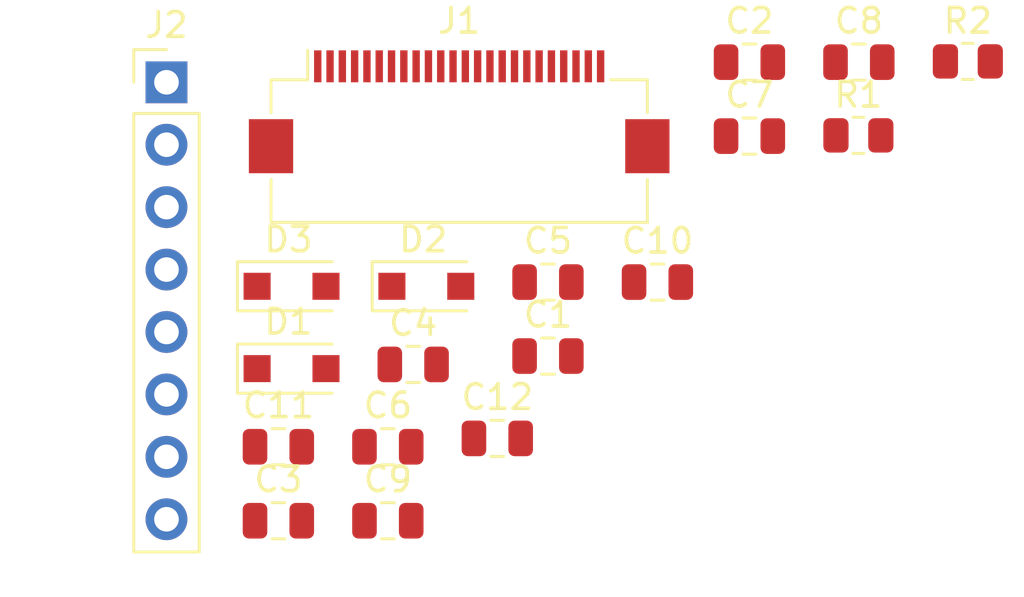
<source format=kicad_pcb>
(kicad_pcb (version 20171130) (host pcbnew "(5.1.8)-1")

  (general
    (thickness 1.6)
    (drawings 0)
    (tracks 0)
    (zones 0)
    (modules 19)
    (nets 25)
  )

  (page A4)
  (layers
    (0 F.Cu signal)
    (31 B.Cu signal)
    (32 B.Adhes user)
    (33 F.Adhes user)
    (34 B.Paste user)
    (35 F.Paste user)
    (36 B.SilkS user)
    (37 F.SilkS user)
    (38 B.Mask user)
    (39 F.Mask user)
    (40 Dwgs.User user)
    (41 Cmts.User user)
    (42 Eco1.User user)
    (43 Eco2.User user)
    (44 Edge.Cuts user)
    (45 Margin user)
    (46 B.CrtYd user)
    (47 F.CrtYd user)
    (48 B.Fab user)
    (49 F.Fab user)
  )

  (setup
    (last_trace_width 0.25)
    (trace_clearance 0.2)
    (zone_clearance 0.508)
    (zone_45_only no)
    (trace_min 0.2)
    (via_size 0.8)
    (via_drill 0.4)
    (via_min_size 0.4)
    (via_min_drill 0.3)
    (uvia_size 0.3)
    (uvia_drill 0.1)
    (uvias_allowed no)
    (uvia_min_size 0.2)
    (uvia_min_drill 0.1)
    (edge_width 0.05)
    (segment_width 0.2)
    (pcb_text_width 0.3)
    (pcb_text_size 1.5 1.5)
    (mod_edge_width 0.12)
    (mod_text_size 1 1)
    (mod_text_width 0.15)
    (pad_size 1.524 1.524)
    (pad_drill 0.762)
    (pad_to_mask_clearance 0)
    (aux_axis_origin 0 0)
    (visible_elements FFFFFF7F)
    (pcbplotparams
      (layerselection 0x010fc_ffffffff)
      (usegerberextensions false)
      (usegerberattributes true)
      (usegerberadvancedattributes true)
      (creategerberjobfile true)
      (excludeedgelayer true)
      (linewidth 0.100000)
      (plotframeref false)
      (viasonmask false)
      (mode 1)
      (useauxorigin false)
      (hpglpennumber 1)
      (hpglpenspeed 20)
      (hpglpendiameter 15.000000)
      (psnegative false)
      (psa4output false)
      (plotreference true)
      (plotvalue true)
      (plotinvisibletext false)
      (padsonsilk false)
      (subtractmaskfromsilk false)
      (outputformat 1)
      (mirror false)
      (drillshape 1)
      (scaleselection 1)
      (outputdirectory ""))
  )

  (net 0 "")
  (net 1 GND)
  (net 2 +3V3)
  (net 3 "Net-(C2-Pad2)")
  (net 4 "Net-(C2-Pad1)")
  (net 5 "Net-(C4-Pad2)")
  (net 6 "Net-(C5-Pad2)")
  (net 7 "Net-(C6-Pad2)")
  (net 8 "Net-(C7-Pad2)")
  (net 9 /PREVGH)
  (net 10 "Net-(C9-Pad2)")
  (net 11 "Net-(C10-Pad2)")
  (net 12 /PREVGL)
  (net 13 "Net-(C12-Pad2)")
  (net 14 /SDI)
  (net 15 /SCLK)
  (net 16 /CS)
  (net 17 /DC)
  (net 18 /RST)
  (net 19 /BUSY)
  (net 20 /TSDA)
  (net 21 /TSCL)
  (net 22 /RESE)
  (net 23 /GDR)
  (net 24 /HLT_CTL)

  (net_class Default "This is the default net class."
    (clearance 0.2)
    (trace_width 0.25)
    (via_dia 0.8)
    (via_drill 0.4)
    (uvia_dia 0.3)
    (uvia_drill 0.1)
    (add_net +3V3)
    (add_net /BUSY)
    (add_net /CS)
    (add_net /DC)
    (add_net /GDR)
    (add_net /HLT_CTL)
    (add_net /PREVGH)
    (add_net /PREVGL)
    (add_net /RESE)
    (add_net /RST)
    (add_net /SCLK)
    (add_net /SDI)
    (add_net /TSCL)
    (add_net /TSDA)
    (add_net GND)
    (add_net "Net-(C10-Pad2)")
    (add_net "Net-(C12-Pad2)")
    (add_net "Net-(C2-Pad1)")
    (add_net "Net-(C2-Pad2)")
    (add_net "Net-(C4-Pad2)")
    (add_net "Net-(C5-Pad2)")
    (add_net "Net-(C6-Pad2)")
    (add_net "Net-(C7-Pad2)")
    (add_net "Net-(C9-Pad2)")
  )

  (module Resistor_SMD:R_0805_2012Metric (layer F.Cu) (tedit 5F68FEEE) (tstamp 62D61473)
    (at 173.07 102.51)
    (descr "Resistor SMD 0805 (2012 Metric), square (rectangular) end terminal, IPC_7351 nominal, (Body size source: IPC-SM-782 page 72, https://www.pcb-3d.com/wordpress/wp-content/uploads/ipc-sm-782a_amendment_1_and_2.pdf), generated with kicad-footprint-generator")
    (tags resistor)
    (path /631CAA59)
    (attr smd)
    (fp_text reference R2 (at 0 -1.65) (layer F.SilkS)
      (effects (font (size 1 1) (thickness 0.15)))
    )
    (fp_text value 0.47R (at 0 1.65) (layer F.Fab)
      (effects (font (size 1 1) (thickness 0.15)))
    )
    (fp_text user %R (at 0 0) (layer F.Fab)
      (effects (font (size 0.5 0.5) (thickness 0.08)))
    )
    (fp_line (start -1 0.625) (end -1 -0.625) (layer F.Fab) (width 0.1))
    (fp_line (start -1 -0.625) (end 1 -0.625) (layer F.Fab) (width 0.1))
    (fp_line (start 1 -0.625) (end 1 0.625) (layer F.Fab) (width 0.1))
    (fp_line (start 1 0.625) (end -1 0.625) (layer F.Fab) (width 0.1))
    (fp_line (start -0.227064 -0.735) (end 0.227064 -0.735) (layer F.SilkS) (width 0.12))
    (fp_line (start -0.227064 0.735) (end 0.227064 0.735) (layer F.SilkS) (width 0.12))
    (fp_line (start -1.68 0.95) (end -1.68 -0.95) (layer F.CrtYd) (width 0.05))
    (fp_line (start -1.68 -0.95) (end 1.68 -0.95) (layer F.CrtYd) (width 0.05))
    (fp_line (start 1.68 -0.95) (end 1.68 0.95) (layer F.CrtYd) (width 0.05))
    (fp_line (start 1.68 0.95) (end -1.68 0.95) (layer F.CrtYd) (width 0.05))
    (pad 2 smd roundrect (at 0.9125 0) (size 1.025 1.4) (layers F.Cu F.Paste F.Mask) (roundrect_rratio 0.243902)
      (net 1 GND))
    (pad 1 smd roundrect (at -0.9125 0) (size 1.025 1.4) (layers F.Cu F.Paste F.Mask) (roundrect_rratio 0.243902)
      (net 22 /RESE))
    (model ${KISYS3DMOD}/Resistor_SMD.3dshapes/R_0805_2012Metric.wrl
      (at (xyz 0 0 0))
      (scale (xyz 1 1 1))
      (rotate (xyz 0 0 0))
    )
  )

  (module Resistor_SMD:R_0805_2012Metric (layer F.Cu) (tedit 5F68FEEE) (tstamp 62D61462)
    (at 168.62 105.52)
    (descr "Resistor SMD 0805 (2012 Metric), square (rectangular) end terminal, IPC_7351 nominal, (Body size source: IPC-SM-782 page 72, https://www.pcb-3d.com/wordpress/wp-content/uploads/ipc-sm-782a_amendment_1_and_2.pdf), generated with kicad-footprint-generator")
    (tags resistor)
    (path /631C5AB5)
    (attr smd)
    (fp_text reference R1 (at 0 -1.65) (layer F.SilkS)
      (effects (font (size 1 1) (thickness 0.15)))
    )
    (fp_text value 10k (at 0 1.65) (layer F.Fab)
      (effects (font (size 1 1) (thickness 0.15)))
    )
    (fp_text user %R (at 0 0) (layer F.Fab)
      (effects (font (size 0.5 0.5) (thickness 0.08)))
    )
    (fp_line (start -1 0.625) (end -1 -0.625) (layer F.Fab) (width 0.1))
    (fp_line (start -1 -0.625) (end 1 -0.625) (layer F.Fab) (width 0.1))
    (fp_line (start 1 -0.625) (end 1 0.625) (layer F.Fab) (width 0.1))
    (fp_line (start 1 0.625) (end -1 0.625) (layer F.Fab) (width 0.1))
    (fp_line (start -0.227064 -0.735) (end 0.227064 -0.735) (layer F.SilkS) (width 0.12))
    (fp_line (start -0.227064 0.735) (end 0.227064 0.735) (layer F.SilkS) (width 0.12))
    (fp_line (start -1.68 0.95) (end -1.68 -0.95) (layer F.CrtYd) (width 0.05))
    (fp_line (start -1.68 -0.95) (end 1.68 -0.95) (layer F.CrtYd) (width 0.05))
    (fp_line (start 1.68 -0.95) (end 1.68 0.95) (layer F.CrtYd) (width 0.05))
    (fp_line (start 1.68 0.95) (end -1.68 0.95) (layer F.CrtYd) (width 0.05))
    (pad 2 smd roundrect (at 0.9125 0) (size 1.025 1.4) (layers F.Cu F.Paste F.Mask) (roundrect_rratio 0.243902)
      (net 1 GND))
    (pad 1 smd roundrect (at -0.9125 0) (size 1.025 1.4) (layers F.Cu F.Paste F.Mask) (roundrect_rratio 0.243902)
      (net 23 /GDR))
    (model ${KISYS3DMOD}/Resistor_SMD.3dshapes/R_0805_2012Metric.wrl
      (at (xyz 0 0 0))
      (scale (xyz 1 1 1))
      (rotate (xyz 0 0 0))
    )
  )

  (module Connector_PinHeader_2.54mm:PinHeader_1x08_P2.54mm_Vertical (layer F.Cu) (tedit 59FED5CC) (tstamp 62D61451)
    (at 140.49 103.36)
    (descr "Through hole straight pin header, 1x08, 2.54mm pitch, single row")
    (tags "Through hole pin header THT 1x08 2.54mm single row")
    (path /631F46FA)
    (fp_text reference J2 (at 0 -2.33) (layer F.SilkS)
      (effects (font (size 1 1) (thickness 0.15)))
    )
    (fp_text value Conn_01x08_Male (at 0 20.11) (layer F.Fab)
      (effects (font (size 1 1) (thickness 0.15)))
    )
    (fp_text user %R (at 0 8.89 90) (layer F.Fab)
      (effects (font (size 1 1) (thickness 0.15)))
    )
    (fp_line (start -0.635 -1.27) (end 1.27 -1.27) (layer F.Fab) (width 0.1))
    (fp_line (start 1.27 -1.27) (end 1.27 19.05) (layer F.Fab) (width 0.1))
    (fp_line (start 1.27 19.05) (end -1.27 19.05) (layer F.Fab) (width 0.1))
    (fp_line (start -1.27 19.05) (end -1.27 -0.635) (layer F.Fab) (width 0.1))
    (fp_line (start -1.27 -0.635) (end -0.635 -1.27) (layer F.Fab) (width 0.1))
    (fp_line (start -1.33 19.11) (end 1.33 19.11) (layer F.SilkS) (width 0.12))
    (fp_line (start -1.33 1.27) (end -1.33 19.11) (layer F.SilkS) (width 0.12))
    (fp_line (start 1.33 1.27) (end 1.33 19.11) (layer F.SilkS) (width 0.12))
    (fp_line (start -1.33 1.27) (end 1.33 1.27) (layer F.SilkS) (width 0.12))
    (fp_line (start -1.33 0) (end -1.33 -1.33) (layer F.SilkS) (width 0.12))
    (fp_line (start -1.33 -1.33) (end 0 -1.33) (layer F.SilkS) (width 0.12))
    (fp_line (start -1.8 -1.8) (end -1.8 19.55) (layer F.CrtYd) (width 0.05))
    (fp_line (start -1.8 19.55) (end 1.8 19.55) (layer F.CrtYd) (width 0.05))
    (fp_line (start 1.8 19.55) (end 1.8 -1.8) (layer F.CrtYd) (width 0.05))
    (fp_line (start 1.8 -1.8) (end -1.8 -1.8) (layer F.CrtYd) (width 0.05))
    (pad 8 thru_hole oval (at 0 17.78) (size 1.7 1.7) (drill 1) (layers *.Cu *.Mask)
      (net 2 +3V3))
    (pad 7 thru_hole oval (at 0 15.24) (size 1.7 1.7) (drill 1) (layers *.Cu *.Mask)
      (net 1 GND))
    (pad 6 thru_hole oval (at 0 12.7) (size 1.7 1.7) (drill 1) (layers *.Cu *.Mask)
      (net 14 /SDI))
    (pad 5 thru_hole oval (at 0 10.16) (size 1.7 1.7) (drill 1) (layers *.Cu *.Mask)
      (net 15 /SCLK))
    (pad 4 thru_hole oval (at 0 7.62) (size 1.7 1.7) (drill 1) (layers *.Cu *.Mask)
      (net 16 /CS))
    (pad 3 thru_hole oval (at 0 5.08) (size 1.7 1.7) (drill 1) (layers *.Cu *.Mask)
      (net 17 /DC))
    (pad 2 thru_hole oval (at 0 2.54) (size 1.7 1.7) (drill 1) (layers *.Cu *.Mask)
      (net 18 /RST))
    (pad 1 thru_hole rect (at 0 0) (size 1.7 1.7) (drill 1) (layers *.Cu *.Mask)
      (net 19 /BUSY))
    (model ${KISYS3DMOD}/Connector_PinHeader_2.54mm.3dshapes/PinHeader_1x08_P2.54mm_Vertical.wrl
      (at (xyz 0 0 0))
      (scale (xyz 1 1 1))
      (rotate (xyz 0 0 0))
    )
  )

  (module Connector_FFC-FPC:Hirose_FH12-24S-0.5SH_1x24-1MP_P0.50mm_Horizontal (layer F.Cu) (tedit 5D24667B) (tstamp 62D61435)
    (at 152.39 104.56)
    (descr "Hirose FH12, FFC/FPC connector, FH12-24S-0.5SH, 24 Pins per row (https://www.hirose.com/product/en/products/FH12/FH12-24S-0.5SH(55)/), generated with kicad-footprint-generator")
    (tags "connector Hirose FH12 horizontal")
    (path /631935D3)
    (attr smd)
    (fp_text reference J1 (at 0 -3.7) (layer F.SilkS)
      (effects (font (size 1 1) (thickness 0.15)))
    )
    (fp_text value Conn_01x24 (at 0 5.6) (layer F.Fab)
      (effects (font (size 1 1) (thickness 0.15)))
    )
    (fp_text user %R (at 0 3.7) (layer F.Fab)
      (effects (font (size 1 1) (thickness 0.15)))
    )
    (fp_line (start 0 -1.2) (end -7.55 -1.2) (layer F.Fab) (width 0.1))
    (fp_line (start -7.55 -1.2) (end -7.55 3.4) (layer F.Fab) (width 0.1))
    (fp_line (start -7.55 3.4) (end -6.95 3.4) (layer F.Fab) (width 0.1))
    (fp_line (start -6.95 3.4) (end -6.95 3.7) (layer F.Fab) (width 0.1))
    (fp_line (start -6.95 3.7) (end -7.45 3.7) (layer F.Fab) (width 0.1))
    (fp_line (start -7.45 3.7) (end -7.45 4.4) (layer F.Fab) (width 0.1))
    (fp_line (start -7.45 4.4) (end 0 4.4) (layer F.Fab) (width 0.1))
    (fp_line (start 0 -1.2) (end 7.55 -1.2) (layer F.Fab) (width 0.1))
    (fp_line (start 7.55 -1.2) (end 7.55 3.4) (layer F.Fab) (width 0.1))
    (fp_line (start 7.55 3.4) (end 6.95 3.4) (layer F.Fab) (width 0.1))
    (fp_line (start 6.95 3.4) (end 6.95 3.7) (layer F.Fab) (width 0.1))
    (fp_line (start 6.95 3.7) (end 7.45 3.7) (layer F.Fab) (width 0.1))
    (fp_line (start 7.45 3.7) (end 7.45 4.4) (layer F.Fab) (width 0.1))
    (fp_line (start 7.45 4.4) (end 0 4.4) (layer F.Fab) (width 0.1))
    (fp_line (start -6.16 -1.3) (end -7.65 -1.3) (layer F.SilkS) (width 0.12))
    (fp_line (start -7.65 -1.3) (end -7.65 0.04) (layer F.SilkS) (width 0.12))
    (fp_line (start 6.16 -1.3) (end 7.65 -1.3) (layer F.SilkS) (width 0.12))
    (fp_line (start 7.65 -1.3) (end 7.65 0.04) (layer F.SilkS) (width 0.12))
    (fp_line (start -7.65 2.76) (end -7.65 4.5) (layer F.SilkS) (width 0.12))
    (fp_line (start -7.65 4.5) (end 7.65 4.5) (layer F.SilkS) (width 0.12))
    (fp_line (start 7.65 4.5) (end 7.65 2.76) (layer F.SilkS) (width 0.12))
    (fp_line (start -6.16 -1.3) (end -6.16 -2.5) (layer F.SilkS) (width 0.12))
    (fp_line (start -6.25 -1.2) (end -5.75 -0.492893) (layer F.Fab) (width 0.1))
    (fp_line (start -5.75 -0.492893) (end -5.25 -1.2) (layer F.Fab) (width 0.1))
    (fp_line (start -9.05 -3) (end -9.05 4.9) (layer F.CrtYd) (width 0.05))
    (fp_line (start -9.05 4.9) (end 9.05 4.9) (layer F.CrtYd) (width 0.05))
    (fp_line (start 9.05 4.9) (end 9.05 -3) (layer F.CrtYd) (width 0.05))
    (fp_line (start 9.05 -3) (end -9.05 -3) (layer F.CrtYd) (width 0.05))
    (pad 24 smd rect (at 5.75 -1.85) (size 0.3 1.3) (layers F.Cu F.Paste F.Mask)
      (net 13 "Net-(C12-Pad2)"))
    (pad 23 smd rect (at 5.25 -1.85) (size 0.3 1.3) (layers F.Cu F.Paste F.Mask)
      (net 12 /PREVGL))
    (pad 22 smd rect (at 4.75 -1.85) (size 0.3 1.3) (layers F.Cu F.Paste F.Mask)
      (net 11 "Net-(C10-Pad2)"))
    (pad 21 smd rect (at 4.25 -1.85) (size 0.3 1.3) (layers F.Cu F.Paste F.Mask)
      (net 9 /PREVGH))
    (pad 20 smd rect (at 3.75 -1.85) (size 0.3 1.3) (layers F.Cu F.Paste F.Mask)
      (net 7 "Net-(C6-Pad2)"))
    (pad 19 smd rect (at 3.25 -1.85) (size 0.3 1.3) (layers F.Cu F.Paste F.Mask)
      (net 6 "Net-(C5-Pad2)"))
    (pad 18 smd rect (at 2.75 -1.85) (size 0.3 1.3) (layers F.Cu F.Paste F.Mask)
      (net 5 "Net-(C4-Pad2)"))
    (pad 17 smd rect (at 2.25 -1.85) (size 0.3 1.3) (layers F.Cu F.Paste F.Mask)
      (net 1 GND))
    (pad 16 smd rect (at 1.75 -1.85) (size 0.3 1.3) (layers F.Cu F.Paste F.Mask)
      (net 2 +3V3))
    (pad 15 smd rect (at 1.25 -1.85) (size 0.3 1.3) (layers F.Cu F.Paste F.Mask)
      (net 2 +3V3))
    (pad 14 smd rect (at 0.75 -1.85) (size 0.3 1.3) (layers F.Cu F.Paste F.Mask)
      (net 14 /SDI))
    (pad 13 smd rect (at 0.25 -1.85) (size 0.3 1.3) (layers F.Cu F.Paste F.Mask)
      (net 15 /SCLK))
    (pad 12 smd rect (at -0.25 -1.85) (size 0.3 1.3) (layers F.Cu F.Paste F.Mask)
      (net 16 /CS))
    (pad 11 smd rect (at -0.75 -1.85) (size 0.3 1.3) (layers F.Cu F.Paste F.Mask)
      (net 17 /DC))
    (pad 10 smd rect (at -1.25 -1.85) (size 0.3 1.3) (layers F.Cu F.Paste F.Mask)
      (net 18 /RST))
    (pad 9 smd rect (at -1.75 -1.85) (size 0.3 1.3) (layers F.Cu F.Paste F.Mask)
      (net 19 /BUSY))
    (pad 8 smd rect (at -2.25 -1.85) (size 0.3 1.3) (layers F.Cu F.Paste F.Mask)
      (net 1 GND))
    (pad 7 smd rect (at -2.75 -1.85) (size 0.3 1.3) (layers F.Cu F.Paste F.Mask)
      (net 20 /TSDA))
    (pad 6 smd rect (at -3.25 -1.85) (size 0.3 1.3) (layers F.Cu F.Paste F.Mask)
      (net 21 /TSCL))
    (pad 5 smd rect (at -3.75 -1.85) (size 0.3 1.3) (layers F.Cu F.Paste F.Mask)
      (net 10 "Net-(C9-Pad2)"))
    (pad 4 smd rect (at -4.25 -1.85) (size 0.3 1.3) (layers F.Cu F.Paste F.Mask)
      (net 8 "Net-(C7-Pad2)"))
    (pad 3 smd rect (at -4.75 -1.85) (size 0.3 1.3) (layers F.Cu F.Paste F.Mask)
      (net 22 /RESE))
    (pad 2 smd rect (at -5.25 -1.85) (size 0.3 1.3) (layers F.Cu F.Paste F.Mask)
      (net 23 /GDR))
    (pad 1 smd rect (at -5.75 -1.85) (size 0.3 1.3) (layers F.Cu F.Paste F.Mask)
      (net 24 /HLT_CTL))
    (pad MP smd rect (at -7.65 1.4) (size 1.8 2.2) (layers F.Cu F.Paste F.Mask))
    (pad MP smd rect (at 7.65 1.4) (size 1.8 2.2) (layers F.Cu F.Paste F.Mask))
    (model ${KISYS3DMOD}/Connector_FFC-FPC.3dshapes/Hirose_FH12-24S-0.5SH_1x24-1MP_P0.50mm_Horizontal.wrl
      (at (xyz 0 0 0))
      (scale (xyz 1 1 1))
      (rotate (xyz 0 0 0))
    )
  )

  (module Diode_SMD:D_SOD-123F (layer F.Cu) (tedit 587F7769) (tstamp 62D613FA)
    (at 145.575 111.66)
    (descr D_SOD-123F)
    (tags D_SOD-123F)
    (path /631B3A21)
    (attr smd)
    (fp_text reference D3 (at -0.127 -1.905) (layer F.SilkS)
      (effects (font (size 1 1) (thickness 0.15)))
    )
    (fp_text value "30V 0.5A" (at 0 2.1) (layer F.Fab)
      (effects (font (size 1 1) (thickness 0.15)))
    )
    (fp_text user %R (at -0.127 -1.905) (layer F.Fab)
      (effects (font (size 1 1) (thickness 0.15)))
    )
    (fp_line (start -2.2 -1) (end -2.2 1) (layer F.SilkS) (width 0.12))
    (fp_line (start 0.25 0) (end 0.75 0) (layer F.Fab) (width 0.1))
    (fp_line (start 0.25 0.4) (end -0.35 0) (layer F.Fab) (width 0.1))
    (fp_line (start 0.25 -0.4) (end 0.25 0.4) (layer F.Fab) (width 0.1))
    (fp_line (start -0.35 0) (end 0.25 -0.4) (layer F.Fab) (width 0.1))
    (fp_line (start -0.35 0) (end -0.35 0.55) (layer F.Fab) (width 0.1))
    (fp_line (start -0.35 0) (end -0.35 -0.55) (layer F.Fab) (width 0.1))
    (fp_line (start -0.75 0) (end -0.35 0) (layer F.Fab) (width 0.1))
    (fp_line (start -1.4 0.9) (end -1.4 -0.9) (layer F.Fab) (width 0.1))
    (fp_line (start 1.4 0.9) (end -1.4 0.9) (layer F.Fab) (width 0.1))
    (fp_line (start 1.4 -0.9) (end 1.4 0.9) (layer F.Fab) (width 0.1))
    (fp_line (start -1.4 -0.9) (end 1.4 -0.9) (layer F.Fab) (width 0.1))
    (fp_line (start -2.2 -1.15) (end 2.2 -1.15) (layer F.CrtYd) (width 0.05))
    (fp_line (start 2.2 -1.15) (end 2.2 1.15) (layer F.CrtYd) (width 0.05))
    (fp_line (start 2.2 1.15) (end -2.2 1.15) (layer F.CrtYd) (width 0.05))
    (fp_line (start -2.2 -1.15) (end -2.2 1.15) (layer F.CrtYd) (width 0.05))
    (fp_line (start -2.2 1) (end 1.65 1) (layer F.SilkS) (width 0.12))
    (fp_line (start -2.2 -1) (end 1.65 -1) (layer F.SilkS) (width 0.12))
    (pad 2 smd rect (at 1.4 0) (size 1.1 1.1) (layers F.Cu F.Paste F.Mask)
      (net 3 "Net-(C2-Pad2)"))
    (pad 1 smd rect (at -1.4 0) (size 1.1 1.1) (layers F.Cu F.Paste F.Mask)
      (net 9 /PREVGH))
    (model ${KISYS3DMOD}/Diode_SMD.3dshapes/D_SOD-123F.wrl
      (at (xyz 0 0 0))
      (scale (xyz 1 1 1))
      (rotate (xyz 0 0 0))
    )
  )

  (module Diode_SMD:D_SOD-123F (layer F.Cu) (tedit 587F7769) (tstamp 62D613E1)
    (at 151.055 111.66)
    (descr D_SOD-123F)
    (tags D_SOD-123F)
    (path /631B27DC)
    (attr smd)
    (fp_text reference D2 (at -0.127 -1.905) (layer F.SilkS)
      (effects (font (size 1 1) (thickness 0.15)))
    )
    (fp_text value "30V 0.5A" (at 0 2.1) (layer F.Fab)
      (effects (font (size 1 1) (thickness 0.15)))
    )
    (fp_text user %R (at -0.127 -1.905) (layer F.Fab)
      (effects (font (size 1 1) (thickness 0.15)))
    )
    (fp_line (start -2.2 -1) (end -2.2 1) (layer F.SilkS) (width 0.12))
    (fp_line (start 0.25 0) (end 0.75 0) (layer F.Fab) (width 0.1))
    (fp_line (start 0.25 0.4) (end -0.35 0) (layer F.Fab) (width 0.1))
    (fp_line (start 0.25 -0.4) (end 0.25 0.4) (layer F.Fab) (width 0.1))
    (fp_line (start -0.35 0) (end 0.25 -0.4) (layer F.Fab) (width 0.1))
    (fp_line (start -0.35 0) (end -0.35 0.55) (layer F.Fab) (width 0.1))
    (fp_line (start -0.35 0) (end -0.35 -0.55) (layer F.Fab) (width 0.1))
    (fp_line (start -0.75 0) (end -0.35 0) (layer F.Fab) (width 0.1))
    (fp_line (start -1.4 0.9) (end -1.4 -0.9) (layer F.Fab) (width 0.1))
    (fp_line (start 1.4 0.9) (end -1.4 0.9) (layer F.Fab) (width 0.1))
    (fp_line (start 1.4 -0.9) (end 1.4 0.9) (layer F.Fab) (width 0.1))
    (fp_line (start -1.4 -0.9) (end 1.4 -0.9) (layer F.Fab) (width 0.1))
    (fp_line (start -2.2 -1.15) (end 2.2 -1.15) (layer F.CrtYd) (width 0.05))
    (fp_line (start 2.2 -1.15) (end 2.2 1.15) (layer F.CrtYd) (width 0.05))
    (fp_line (start 2.2 1.15) (end -2.2 1.15) (layer F.CrtYd) (width 0.05))
    (fp_line (start -2.2 -1.15) (end -2.2 1.15) (layer F.CrtYd) (width 0.05))
    (fp_line (start -2.2 1) (end 1.65 1) (layer F.SilkS) (width 0.12))
    (fp_line (start -2.2 -1) (end 1.65 -1) (layer F.SilkS) (width 0.12))
    (pad 2 smd rect (at 1.4 0) (size 1.1 1.1) (layers F.Cu F.Paste F.Mask)
      (net 4 "Net-(C2-Pad1)"))
    (pad 1 smd rect (at -1.4 0) (size 1.1 1.1) (layers F.Cu F.Paste F.Mask)
      (net 1 GND))
    (model ${KISYS3DMOD}/Diode_SMD.3dshapes/D_SOD-123F.wrl
      (at (xyz 0 0 0))
      (scale (xyz 1 1 1))
      (rotate (xyz 0 0 0))
    )
  )

  (module Diode_SMD:D_SOD-123F (layer F.Cu) (tedit 587F7769) (tstamp 62D613C8)
    (at 145.575 115.01)
    (descr D_SOD-123F)
    (tags D_SOD-123F)
    (path /631B34F7)
    (attr smd)
    (fp_text reference D1 (at -0.127 -1.905) (layer F.SilkS)
      (effects (font (size 1 1) (thickness 0.15)))
    )
    (fp_text value "30V 0.5A" (at 0 2.1) (layer F.Fab)
      (effects (font (size 1 1) (thickness 0.15)))
    )
    (fp_text user %R (at -0.127 -1.905) (layer F.Fab)
      (effects (font (size 1 1) (thickness 0.15)))
    )
    (fp_line (start -2.2 -1) (end -2.2 1) (layer F.SilkS) (width 0.12))
    (fp_line (start 0.25 0) (end 0.75 0) (layer F.Fab) (width 0.1))
    (fp_line (start 0.25 0.4) (end -0.35 0) (layer F.Fab) (width 0.1))
    (fp_line (start 0.25 -0.4) (end 0.25 0.4) (layer F.Fab) (width 0.1))
    (fp_line (start -0.35 0) (end 0.25 -0.4) (layer F.Fab) (width 0.1))
    (fp_line (start -0.35 0) (end -0.35 0.55) (layer F.Fab) (width 0.1))
    (fp_line (start -0.35 0) (end -0.35 -0.55) (layer F.Fab) (width 0.1))
    (fp_line (start -0.75 0) (end -0.35 0) (layer F.Fab) (width 0.1))
    (fp_line (start -1.4 0.9) (end -1.4 -0.9) (layer F.Fab) (width 0.1))
    (fp_line (start 1.4 0.9) (end -1.4 0.9) (layer F.Fab) (width 0.1))
    (fp_line (start 1.4 -0.9) (end 1.4 0.9) (layer F.Fab) (width 0.1))
    (fp_line (start -1.4 -0.9) (end 1.4 -0.9) (layer F.Fab) (width 0.1))
    (fp_line (start -2.2 -1.15) (end 2.2 -1.15) (layer F.CrtYd) (width 0.05))
    (fp_line (start 2.2 -1.15) (end 2.2 1.15) (layer F.CrtYd) (width 0.05))
    (fp_line (start 2.2 1.15) (end -2.2 1.15) (layer F.CrtYd) (width 0.05))
    (fp_line (start -2.2 -1.15) (end -2.2 1.15) (layer F.CrtYd) (width 0.05))
    (fp_line (start -2.2 1) (end 1.65 1) (layer F.SilkS) (width 0.12))
    (fp_line (start -2.2 -1) (end 1.65 -1) (layer F.SilkS) (width 0.12))
    (pad 2 smd rect (at 1.4 0) (size 1.1 1.1) (layers F.Cu F.Paste F.Mask)
      (net 12 /PREVGL))
    (pad 1 smd rect (at -1.4 0) (size 1.1 1.1) (layers F.Cu F.Paste F.Mask)
      (net 4 "Net-(C2-Pad1)"))
    (model ${KISYS3DMOD}/Diode_SMD.3dshapes/D_SOD-123F.wrl
      (at (xyz 0 0 0))
      (scale (xyz 1 1 1))
      (rotate (xyz 0 0 0))
    )
  )

  (module Capacitor_SMD:C_0805_2012Metric (layer F.Cu) (tedit 5F68FEEE) (tstamp 62D613AF)
    (at 153.94 117.85)
    (descr "Capacitor SMD 0805 (2012 Metric), square (rectangular) end terminal, IPC_7351 nominal, (Body size source: IPC-SM-782 page 76, https://www.pcb-3d.com/wordpress/wp-content/uploads/ipc-sm-782a_amendment_1_and_2.pdf, https://docs.google.com/spreadsheets/d/1BsfQQcO9C6DZCsRaXUlFlo91Tg2WpOkGARC1WS5S8t0/edit?usp=sharing), generated with kicad-footprint-generator")
    (tags capacitor)
    (path /63194925)
    (attr smd)
    (fp_text reference C12 (at 0 -1.68) (layer F.SilkS)
      (effects (font (size 1 1) (thickness 0.15)))
    )
    (fp_text value 1u (at 0 1.68) (layer F.Fab)
      (effects (font (size 1 1) (thickness 0.15)))
    )
    (fp_text user %R (at 0 0) (layer F.Fab)
      (effects (font (size 0.5 0.5) (thickness 0.08)))
    )
    (fp_line (start -1 0.625) (end -1 -0.625) (layer F.Fab) (width 0.1))
    (fp_line (start -1 -0.625) (end 1 -0.625) (layer F.Fab) (width 0.1))
    (fp_line (start 1 -0.625) (end 1 0.625) (layer F.Fab) (width 0.1))
    (fp_line (start 1 0.625) (end -1 0.625) (layer F.Fab) (width 0.1))
    (fp_line (start -0.261252 -0.735) (end 0.261252 -0.735) (layer F.SilkS) (width 0.12))
    (fp_line (start -0.261252 0.735) (end 0.261252 0.735) (layer F.SilkS) (width 0.12))
    (fp_line (start -1.7 0.98) (end -1.7 -0.98) (layer F.CrtYd) (width 0.05))
    (fp_line (start -1.7 -0.98) (end 1.7 -0.98) (layer F.CrtYd) (width 0.05))
    (fp_line (start 1.7 -0.98) (end 1.7 0.98) (layer F.CrtYd) (width 0.05))
    (fp_line (start 1.7 0.98) (end -1.7 0.98) (layer F.CrtYd) (width 0.05))
    (pad 2 smd roundrect (at 0.95 0) (size 1 1.45) (layers F.Cu F.Paste F.Mask) (roundrect_rratio 0.25)
      (net 13 "Net-(C12-Pad2)"))
    (pad 1 smd roundrect (at -0.95 0) (size 1 1.45) (layers F.Cu F.Paste F.Mask) (roundrect_rratio 0.25)
      (net 1 GND))
    (model ${KISYS3DMOD}/Capacitor_SMD.3dshapes/C_0805_2012Metric.wrl
      (at (xyz 0 0 0))
      (scale (xyz 1 1 1))
      (rotate (xyz 0 0 0))
    )
  )

  (module Capacitor_SMD:C_0805_2012Metric (layer F.Cu) (tedit 5F68FEEE) (tstamp 62D6139E)
    (at 145.04 118.19)
    (descr "Capacitor SMD 0805 (2012 Metric), square (rectangular) end terminal, IPC_7351 nominal, (Body size source: IPC-SM-782 page 76, https://www.pcb-3d.com/wordpress/wp-content/uploads/ipc-sm-782a_amendment_1_and_2.pdf, https://docs.google.com/spreadsheets/d/1BsfQQcO9C6DZCsRaXUlFlo91Tg2WpOkGARC1WS5S8t0/edit?usp=sharing), generated with kicad-footprint-generator")
    (tags capacitor)
    (path /631962C1)
    (attr smd)
    (fp_text reference C11 (at 0 -1.68) (layer F.SilkS)
      (effects (font (size 1 1) (thickness 0.15)))
    )
    (fp_text value 1u (at 0 1.68) (layer F.Fab)
      (effects (font (size 1 1) (thickness 0.15)))
    )
    (fp_text user %R (at 0 0) (layer F.Fab)
      (effects (font (size 0.5 0.5) (thickness 0.08)))
    )
    (fp_line (start -1 0.625) (end -1 -0.625) (layer F.Fab) (width 0.1))
    (fp_line (start -1 -0.625) (end 1 -0.625) (layer F.Fab) (width 0.1))
    (fp_line (start 1 -0.625) (end 1 0.625) (layer F.Fab) (width 0.1))
    (fp_line (start 1 0.625) (end -1 0.625) (layer F.Fab) (width 0.1))
    (fp_line (start -0.261252 -0.735) (end 0.261252 -0.735) (layer F.SilkS) (width 0.12))
    (fp_line (start -0.261252 0.735) (end 0.261252 0.735) (layer F.SilkS) (width 0.12))
    (fp_line (start -1.7 0.98) (end -1.7 -0.98) (layer F.CrtYd) (width 0.05))
    (fp_line (start -1.7 -0.98) (end 1.7 -0.98) (layer F.CrtYd) (width 0.05))
    (fp_line (start 1.7 -0.98) (end 1.7 0.98) (layer F.CrtYd) (width 0.05))
    (fp_line (start 1.7 0.98) (end -1.7 0.98) (layer F.CrtYd) (width 0.05))
    (pad 2 smd roundrect (at 0.95 0) (size 1 1.45) (layers F.Cu F.Paste F.Mask) (roundrect_rratio 0.25)
      (net 12 /PREVGL))
    (pad 1 smd roundrect (at -0.95 0) (size 1 1.45) (layers F.Cu F.Paste F.Mask) (roundrect_rratio 0.25)
      (net 1 GND))
    (model ${KISYS3DMOD}/Capacitor_SMD.3dshapes/C_0805_2012Metric.wrl
      (at (xyz 0 0 0))
      (scale (xyz 1 1 1))
      (rotate (xyz 0 0 0))
    )
  )

  (module Capacitor_SMD:C_0805_2012Metric (layer F.Cu) (tedit 5F68FEEE) (tstamp 62D6138D)
    (at 160.45 111.49)
    (descr "Capacitor SMD 0805 (2012 Metric), square (rectangular) end terminal, IPC_7351 nominal, (Body size source: IPC-SM-782 page 76, https://www.pcb-3d.com/wordpress/wp-content/uploads/ipc-sm-782a_amendment_1_and_2.pdf, https://docs.google.com/spreadsheets/d/1BsfQQcO9C6DZCsRaXUlFlo91Tg2WpOkGARC1WS5S8t0/edit?usp=sharing), generated with kicad-footprint-generator")
    (tags capacitor)
    (path /631969B3)
    (attr smd)
    (fp_text reference C10 (at 0 -1.68) (layer F.SilkS)
      (effects (font (size 1 1) (thickness 0.15)))
    )
    (fp_text value 1u (at 0 1.68) (layer F.Fab)
      (effects (font (size 1 1) (thickness 0.15)))
    )
    (fp_text user %R (at 0 0) (layer F.Fab)
      (effects (font (size 0.5 0.5) (thickness 0.08)))
    )
    (fp_line (start -1 0.625) (end -1 -0.625) (layer F.Fab) (width 0.1))
    (fp_line (start -1 -0.625) (end 1 -0.625) (layer F.Fab) (width 0.1))
    (fp_line (start 1 -0.625) (end 1 0.625) (layer F.Fab) (width 0.1))
    (fp_line (start 1 0.625) (end -1 0.625) (layer F.Fab) (width 0.1))
    (fp_line (start -0.261252 -0.735) (end 0.261252 -0.735) (layer F.SilkS) (width 0.12))
    (fp_line (start -0.261252 0.735) (end 0.261252 0.735) (layer F.SilkS) (width 0.12))
    (fp_line (start -1.7 0.98) (end -1.7 -0.98) (layer F.CrtYd) (width 0.05))
    (fp_line (start -1.7 -0.98) (end 1.7 -0.98) (layer F.CrtYd) (width 0.05))
    (fp_line (start 1.7 -0.98) (end 1.7 0.98) (layer F.CrtYd) (width 0.05))
    (fp_line (start 1.7 0.98) (end -1.7 0.98) (layer F.CrtYd) (width 0.05))
    (pad 2 smd roundrect (at 0.95 0) (size 1 1.45) (layers F.Cu F.Paste F.Mask) (roundrect_rratio 0.25)
      (net 11 "Net-(C10-Pad2)"))
    (pad 1 smd roundrect (at -0.95 0) (size 1 1.45) (layers F.Cu F.Paste F.Mask) (roundrect_rratio 0.25)
      (net 1 GND))
    (model ${KISYS3DMOD}/Capacitor_SMD.3dshapes/C_0805_2012Metric.wrl
      (at (xyz 0 0 0))
      (scale (xyz 1 1 1))
      (rotate (xyz 0 0 0))
    )
  )

  (module Capacitor_SMD:C_0805_2012Metric (layer F.Cu) (tedit 5F68FEEE) (tstamp 62D6137C)
    (at 149.49 121.2)
    (descr "Capacitor SMD 0805 (2012 Metric), square (rectangular) end terminal, IPC_7351 nominal, (Body size source: IPC-SM-782 page 76, https://www.pcb-3d.com/wordpress/wp-content/uploads/ipc-sm-782a_amendment_1_and_2.pdf, https://docs.google.com/spreadsheets/d/1BsfQQcO9C6DZCsRaXUlFlo91Tg2WpOkGARC1WS5S8t0/edit?usp=sharing), generated with kicad-footprint-generator")
    (tags capacitor)
    (path /631AE633)
    (attr smd)
    (fp_text reference C9 (at 0 -1.68) (layer F.SilkS)
      (effects (font (size 1 1) (thickness 0.15)))
    )
    (fp_text value 1u (at 0 1.68) (layer F.Fab)
      (effects (font (size 1 1) (thickness 0.15)))
    )
    (fp_text user %R (at 0 0) (layer F.Fab)
      (effects (font (size 0.5 0.5) (thickness 0.08)))
    )
    (fp_line (start -1 0.625) (end -1 -0.625) (layer F.Fab) (width 0.1))
    (fp_line (start -1 -0.625) (end 1 -0.625) (layer F.Fab) (width 0.1))
    (fp_line (start 1 -0.625) (end 1 0.625) (layer F.Fab) (width 0.1))
    (fp_line (start 1 0.625) (end -1 0.625) (layer F.Fab) (width 0.1))
    (fp_line (start -0.261252 -0.735) (end 0.261252 -0.735) (layer F.SilkS) (width 0.12))
    (fp_line (start -0.261252 0.735) (end 0.261252 0.735) (layer F.SilkS) (width 0.12))
    (fp_line (start -1.7 0.98) (end -1.7 -0.98) (layer F.CrtYd) (width 0.05))
    (fp_line (start -1.7 -0.98) (end 1.7 -0.98) (layer F.CrtYd) (width 0.05))
    (fp_line (start 1.7 -0.98) (end 1.7 0.98) (layer F.CrtYd) (width 0.05))
    (fp_line (start 1.7 0.98) (end -1.7 0.98) (layer F.CrtYd) (width 0.05))
    (pad 2 smd roundrect (at 0.95 0) (size 1 1.45) (layers F.Cu F.Paste F.Mask) (roundrect_rratio 0.25)
      (net 10 "Net-(C9-Pad2)"))
    (pad 1 smd roundrect (at -0.95 0) (size 1 1.45) (layers F.Cu F.Paste F.Mask) (roundrect_rratio 0.25)
      (net 1 GND))
    (model ${KISYS3DMOD}/Capacitor_SMD.3dshapes/C_0805_2012Metric.wrl
      (at (xyz 0 0 0))
      (scale (xyz 1 1 1))
      (rotate (xyz 0 0 0))
    )
  )

  (module Capacitor_SMD:C_0805_2012Metric (layer F.Cu) (tedit 5F68FEEE) (tstamp 62D6136B)
    (at 168.64 102.54)
    (descr "Capacitor SMD 0805 (2012 Metric), square (rectangular) end terminal, IPC_7351 nominal, (Body size source: IPC-SM-782 page 76, https://www.pcb-3d.com/wordpress/wp-content/uploads/ipc-sm-782a_amendment_1_and_2.pdf, https://docs.google.com/spreadsheets/d/1BsfQQcO9C6DZCsRaXUlFlo91Tg2WpOkGARC1WS5S8t0/edit?usp=sharing), generated with kicad-footprint-generator")
    (tags capacitor)
    (path /63196EDB)
    (attr smd)
    (fp_text reference C8 (at 0 -1.68) (layer F.SilkS)
      (effects (font (size 1 1) (thickness 0.15)))
    )
    (fp_text value 1u (at 0 1.68) (layer F.Fab)
      (effects (font (size 1 1) (thickness 0.15)))
    )
    (fp_text user %R (at 0 0) (layer F.Fab)
      (effects (font (size 0.5 0.5) (thickness 0.08)))
    )
    (fp_line (start -1 0.625) (end -1 -0.625) (layer F.Fab) (width 0.1))
    (fp_line (start -1 -0.625) (end 1 -0.625) (layer F.Fab) (width 0.1))
    (fp_line (start 1 -0.625) (end 1 0.625) (layer F.Fab) (width 0.1))
    (fp_line (start 1 0.625) (end -1 0.625) (layer F.Fab) (width 0.1))
    (fp_line (start -0.261252 -0.735) (end 0.261252 -0.735) (layer F.SilkS) (width 0.12))
    (fp_line (start -0.261252 0.735) (end 0.261252 0.735) (layer F.SilkS) (width 0.12))
    (fp_line (start -1.7 0.98) (end -1.7 -0.98) (layer F.CrtYd) (width 0.05))
    (fp_line (start -1.7 -0.98) (end 1.7 -0.98) (layer F.CrtYd) (width 0.05))
    (fp_line (start 1.7 -0.98) (end 1.7 0.98) (layer F.CrtYd) (width 0.05))
    (fp_line (start 1.7 0.98) (end -1.7 0.98) (layer F.CrtYd) (width 0.05))
    (pad 2 smd roundrect (at 0.95 0) (size 1 1.45) (layers F.Cu F.Paste F.Mask) (roundrect_rratio 0.25)
      (net 9 /PREVGH))
    (pad 1 smd roundrect (at -0.95 0) (size 1 1.45) (layers F.Cu F.Paste F.Mask) (roundrect_rratio 0.25)
      (net 1 GND))
    (model ${KISYS3DMOD}/Capacitor_SMD.3dshapes/C_0805_2012Metric.wrl
      (at (xyz 0 0 0))
      (scale (xyz 1 1 1))
      (rotate (xyz 0 0 0))
    )
  )

  (module Capacitor_SMD:C_0805_2012Metric (layer F.Cu) (tedit 5F68FEEE) (tstamp 62D6135A)
    (at 164.19 105.55)
    (descr "Capacitor SMD 0805 (2012 Metric), square (rectangular) end terminal, IPC_7351 nominal, (Body size source: IPC-SM-782 page 76, https://www.pcb-3d.com/wordpress/wp-content/uploads/ipc-sm-782a_amendment_1_and_2.pdf, https://docs.google.com/spreadsheets/d/1BsfQQcO9C6DZCsRaXUlFlo91Tg2WpOkGARC1WS5S8t0/edit?usp=sharing), generated with kicad-footprint-generator")
    (tags capacitor)
    (path /631ACF91)
    (attr smd)
    (fp_text reference C7 (at 0 -1.68) (layer F.SilkS)
      (effects (font (size 1 1) (thickness 0.15)))
    )
    (fp_text value 1u (at 0 1.68) (layer F.Fab)
      (effects (font (size 1 1) (thickness 0.15)))
    )
    (fp_text user %R (at 0 0) (layer F.Fab)
      (effects (font (size 0.5 0.5) (thickness 0.08)))
    )
    (fp_line (start -1 0.625) (end -1 -0.625) (layer F.Fab) (width 0.1))
    (fp_line (start -1 -0.625) (end 1 -0.625) (layer F.Fab) (width 0.1))
    (fp_line (start 1 -0.625) (end 1 0.625) (layer F.Fab) (width 0.1))
    (fp_line (start 1 0.625) (end -1 0.625) (layer F.Fab) (width 0.1))
    (fp_line (start -0.261252 -0.735) (end 0.261252 -0.735) (layer F.SilkS) (width 0.12))
    (fp_line (start -0.261252 0.735) (end 0.261252 0.735) (layer F.SilkS) (width 0.12))
    (fp_line (start -1.7 0.98) (end -1.7 -0.98) (layer F.CrtYd) (width 0.05))
    (fp_line (start -1.7 -0.98) (end 1.7 -0.98) (layer F.CrtYd) (width 0.05))
    (fp_line (start 1.7 -0.98) (end 1.7 0.98) (layer F.CrtYd) (width 0.05))
    (fp_line (start 1.7 0.98) (end -1.7 0.98) (layer F.CrtYd) (width 0.05))
    (pad 2 smd roundrect (at 0.95 0) (size 1 1.45) (layers F.Cu F.Paste F.Mask) (roundrect_rratio 0.25)
      (net 8 "Net-(C7-Pad2)"))
    (pad 1 smd roundrect (at -0.95 0) (size 1 1.45) (layers F.Cu F.Paste F.Mask) (roundrect_rratio 0.25)
      (net 1 GND))
    (model ${KISYS3DMOD}/Capacitor_SMD.3dshapes/C_0805_2012Metric.wrl
      (at (xyz 0 0 0))
      (scale (xyz 1 1 1))
      (rotate (xyz 0 0 0))
    )
  )

  (module Capacitor_SMD:C_0805_2012Metric (layer F.Cu) (tedit 5F68FEEE) (tstamp 62D61349)
    (at 149.49 118.19)
    (descr "Capacitor SMD 0805 (2012 Metric), square (rectangular) end terminal, IPC_7351 nominal, (Body size source: IPC-SM-782 page 76, https://www.pcb-3d.com/wordpress/wp-content/uploads/ipc-sm-782a_amendment_1_and_2.pdf, https://docs.google.com/spreadsheets/d/1BsfQQcO9C6DZCsRaXUlFlo91Tg2WpOkGARC1WS5S8t0/edit?usp=sharing), generated with kicad-footprint-generator")
    (tags capacitor)
    (path /631972BE)
    (attr smd)
    (fp_text reference C6 (at 0 -1.68) (layer F.SilkS)
      (effects (font (size 1 1) (thickness 0.15)))
    )
    (fp_text value 1u (at 0 1.68) (layer F.Fab)
      (effects (font (size 1 1) (thickness 0.15)))
    )
    (fp_text user %R (at 0 0) (layer F.Fab)
      (effects (font (size 0.5 0.5) (thickness 0.08)))
    )
    (fp_line (start -1 0.625) (end -1 -0.625) (layer F.Fab) (width 0.1))
    (fp_line (start -1 -0.625) (end 1 -0.625) (layer F.Fab) (width 0.1))
    (fp_line (start 1 -0.625) (end 1 0.625) (layer F.Fab) (width 0.1))
    (fp_line (start 1 0.625) (end -1 0.625) (layer F.Fab) (width 0.1))
    (fp_line (start -0.261252 -0.735) (end 0.261252 -0.735) (layer F.SilkS) (width 0.12))
    (fp_line (start -0.261252 0.735) (end 0.261252 0.735) (layer F.SilkS) (width 0.12))
    (fp_line (start -1.7 0.98) (end -1.7 -0.98) (layer F.CrtYd) (width 0.05))
    (fp_line (start -1.7 -0.98) (end 1.7 -0.98) (layer F.CrtYd) (width 0.05))
    (fp_line (start 1.7 -0.98) (end 1.7 0.98) (layer F.CrtYd) (width 0.05))
    (fp_line (start 1.7 0.98) (end -1.7 0.98) (layer F.CrtYd) (width 0.05))
    (pad 2 smd roundrect (at 0.95 0) (size 1 1.45) (layers F.Cu F.Paste F.Mask) (roundrect_rratio 0.25)
      (net 7 "Net-(C6-Pad2)"))
    (pad 1 smd roundrect (at -0.95 0) (size 1 1.45) (layers F.Cu F.Paste F.Mask) (roundrect_rratio 0.25)
      (net 1 GND))
    (model ${KISYS3DMOD}/Capacitor_SMD.3dshapes/C_0805_2012Metric.wrl
      (at (xyz 0 0 0))
      (scale (xyz 1 1 1))
      (rotate (xyz 0 0 0))
    )
  )

  (module Capacitor_SMD:C_0805_2012Metric (layer F.Cu) (tedit 5F68FEEE) (tstamp 62D61338)
    (at 156 111.49)
    (descr "Capacitor SMD 0805 (2012 Metric), square (rectangular) end terminal, IPC_7351 nominal, (Body size source: IPC-SM-782 page 76, https://www.pcb-3d.com/wordpress/wp-content/uploads/ipc-sm-782a_amendment_1_and_2.pdf, https://docs.google.com/spreadsheets/d/1BsfQQcO9C6DZCsRaXUlFlo91Tg2WpOkGARC1WS5S8t0/edit?usp=sharing), generated with kicad-footprint-generator")
    (tags capacitor)
    (path /63197900)
    (attr smd)
    (fp_text reference C5 (at 0 -1.68) (layer F.SilkS)
      (effects (font (size 1 1) (thickness 0.15)))
    )
    (fp_text value 1u (at 0 1.68) (layer F.Fab)
      (effects (font (size 1 1) (thickness 0.15)))
    )
    (fp_text user %R (at 0 0) (layer F.Fab)
      (effects (font (size 0.5 0.5) (thickness 0.08)))
    )
    (fp_line (start -1 0.625) (end -1 -0.625) (layer F.Fab) (width 0.1))
    (fp_line (start -1 -0.625) (end 1 -0.625) (layer F.Fab) (width 0.1))
    (fp_line (start 1 -0.625) (end 1 0.625) (layer F.Fab) (width 0.1))
    (fp_line (start 1 0.625) (end -1 0.625) (layer F.Fab) (width 0.1))
    (fp_line (start -0.261252 -0.735) (end 0.261252 -0.735) (layer F.SilkS) (width 0.12))
    (fp_line (start -0.261252 0.735) (end 0.261252 0.735) (layer F.SilkS) (width 0.12))
    (fp_line (start -1.7 0.98) (end -1.7 -0.98) (layer F.CrtYd) (width 0.05))
    (fp_line (start -1.7 -0.98) (end 1.7 -0.98) (layer F.CrtYd) (width 0.05))
    (fp_line (start 1.7 -0.98) (end 1.7 0.98) (layer F.CrtYd) (width 0.05))
    (fp_line (start 1.7 0.98) (end -1.7 0.98) (layer F.CrtYd) (width 0.05))
    (pad 2 smd roundrect (at 0.95 0) (size 1 1.45) (layers F.Cu F.Paste F.Mask) (roundrect_rratio 0.25)
      (net 6 "Net-(C5-Pad2)"))
    (pad 1 smd roundrect (at -0.95 0) (size 1 1.45) (layers F.Cu F.Paste F.Mask) (roundrect_rratio 0.25)
      (net 1 GND))
    (model ${KISYS3DMOD}/Capacitor_SMD.3dshapes/C_0805_2012Metric.wrl
      (at (xyz 0 0 0))
      (scale (xyz 1 1 1))
      (rotate (xyz 0 0 0))
    )
  )

  (module Capacitor_SMD:C_0805_2012Metric (layer F.Cu) (tedit 5F68FEEE) (tstamp 62D61327)
    (at 150.52 114.84)
    (descr "Capacitor SMD 0805 (2012 Metric), square (rectangular) end terminal, IPC_7351 nominal, (Body size source: IPC-SM-782 page 76, https://www.pcb-3d.com/wordpress/wp-content/uploads/ipc-sm-782a_amendment_1_and_2.pdf, https://docs.google.com/spreadsheets/d/1BsfQQcO9C6DZCsRaXUlFlo91Tg2WpOkGARC1WS5S8t0/edit?usp=sharing), generated with kicad-footprint-generator")
    (tags capacitor)
    (path /63197BE1)
    (attr smd)
    (fp_text reference C4 (at 0 -1.68) (layer F.SilkS)
      (effects (font (size 1 1) (thickness 0.15)))
    )
    (fp_text value 1u (at 0 1.68) (layer F.Fab)
      (effects (font (size 1 1) (thickness 0.15)))
    )
    (fp_text user %R (at 0 0) (layer F.Fab)
      (effects (font (size 0.5 0.5) (thickness 0.08)))
    )
    (fp_line (start -1 0.625) (end -1 -0.625) (layer F.Fab) (width 0.1))
    (fp_line (start -1 -0.625) (end 1 -0.625) (layer F.Fab) (width 0.1))
    (fp_line (start 1 -0.625) (end 1 0.625) (layer F.Fab) (width 0.1))
    (fp_line (start 1 0.625) (end -1 0.625) (layer F.Fab) (width 0.1))
    (fp_line (start -0.261252 -0.735) (end 0.261252 -0.735) (layer F.SilkS) (width 0.12))
    (fp_line (start -0.261252 0.735) (end 0.261252 0.735) (layer F.SilkS) (width 0.12))
    (fp_line (start -1.7 0.98) (end -1.7 -0.98) (layer F.CrtYd) (width 0.05))
    (fp_line (start -1.7 -0.98) (end 1.7 -0.98) (layer F.CrtYd) (width 0.05))
    (fp_line (start 1.7 -0.98) (end 1.7 0.98) (layer F.CrtYd) (width 0.05))
    (fp_line (start 1.7 0.98) (end -1.7 0.98) (layer F.CrtYd) (width 0.05))
    (pad 2 smd roundrect (at 0.95 0) (size 1 1.45) (layers F.Cu F.Paste F.Mask) (roundrect_rratio 0.25)
      (net 5 "Net-(C4-Pad2)"))
    (pad 1 smd roundrect (at -0.95 0) (size 1 1.45) (layers F.Cu F.Paste F.Mask) (roundrect_rratio 0.25)
      (net 1 GND))
    (model ${KISYS3DMOD}/Capacitor_SMD.3dshapes/C_0805_2012Metric.wrl
      (at (xyz 0 0 0))
      (scale (xyz 1 1 1))
      (rotate (xyz 0 0 0))
    )
  )

  (module Capacitor_SMD:C_0805_2012Metric (layer F.Cu) (tedit 5F68FEEE) (tstamp 62D61316)
    (at 145.04 121.2)
    (descr "Capacitor SMD 0805 (2012 Metric), square (rectangular) end terminal, IPC_7351 nominal, (Body size source: IPC-SM-782 page 76, https://www.pcb-3d.com/wordpress/wp-content/uploads/ipc-sm-782a_amendment_1_and_2.pdf, https://docs.google.com/spreadsheets/d/1BsfQQcO9C6DZCsRaXUlFlo91Tg2WpOkGARC1WS5S8t0/edit?usp=sharing), generated with kicad-footprint-generator")
    (tags capacitor)
    (path /63197FFF)
    (attr smd)
    (fp_text reference C3 (at 0 -1.68) (layer F.SilkS)
      (effects (font (size 1 1) (thickness 0.15)))
    )
    (fp_text value 0.1u (at 0 1.68) (layer F.Fab)
      (effects (font (size 1 1) (thickness 0.15)))
    )
    (fp_text user %R (at 0 0) (layer F.Fab)
      (effects (font (size 0.5 0.5) (thickness 0.08)))
    )
    (fp_line (start -1 0.625) (end -1 -0.625) (layer F.Fab) (width 0.1))
    (fp_line (start -1 -0.625) (end 1 -0.625) (layer F.Fab) (width 0.1))
    (fp_line (start 1 -0.625) (end 1 0.625) (layer F.Fab) (width 0.1))
    (fp_line (start 1 0.625) (end -1 0.625) (layer F.Fab) (width 0.1))
    (fp_line (start -0.261252 -0.735) (end 0.261252 -0.735) (layer F.SilkS) (width 0.12))
    (fp_line (start -0.261252 0.735) (end 0.261252 0.735) (layer F.SilkS) (width 0.12))
    (fp_line (start -1.7 0.98) (end -1.7 -0.98) (layer F.CrtYd) (width 0.05))
    (fp_line (start -1.7 -0.98) (end 1.7 -0.98) (layer F.CrtYd) (width 0.05))
    (fp_line (start 1.7 -0.98) (end 1.7 0.98) (layer F.CrtYd) (width 0.05))
    (fp_line (start 1.7 0.98) (end -1.7 0.98) (layer F.CrtYd) (width 0.05))
    (pad 2 smd roundrect (at 0.95 0) (size 1 1.45) (layers F.Cu F.Paste F.Mask) (roundrect_rratio 0.25)
      (net 2 +3V3))
    (pad 1 smd roundrect (at -0.95 0) (size 1 1.45) (layers F.Cu F.Paste F.Mask) (roundrect_rratio 0.25)
      (net 1 GND))
    (model ${KISYS3DMOD}/Capacitor_SMD.3dshapes/C_0805_2012Metric.wrl
      (at (xyz 0 0 0))
      (scale (xyz 1 1 1))
      (rotate (xyz 0 0 0))
    )
  )

  (module Capacitor_SMD:C_0805_2012Metric (layer F.Cu) (tedit 5F68FEEE) (tstamp 62D61305)
    (at 164.19 102.54)
    (descr "Capacitor SMD 0805 (2012 Metric), square (rectangular) end terminal, IPC_7351 nominal, (Body size source: IPC-SM-782 page 76, https://www.pcb-3d.com/wordpress/wp-content/uploads/ipc-sm-782a_amendment_1_and_2.pdf, https://docs.google.com/spreadsheets/d/1BsfQQcO9C6DZCsRaXUlFlo91Tg2WpOkGARC1WS5S8t0/edit?usp=sharing), generated with kicad-footprint-generator")
    (tags capacitor)
    (path /631B4810)
    (attr smd)
    (fp_text reference C2 (at 0 -1.68) (layer F.SilkS)
      (effects (font (size 1 1) (thickness 0.15)))
    )
    (fp_text value 0.1u (at 0 1.68) (layer F.Fab)
      (effects (font (size 1 1) (thickness 0.15)))
    )
    (fp_text user %R (at 0 0) (layer F.Fab)
      (effects (font (size 0.5 0.5) (thickness 0.08)))
    )
    (fp_line (start -1 0.625) (end -1 -0.625) (layer F.Fab) (width 0.1))
    (fp_line (start -1 -0.625) (end 1 -0.625) (layer F.Fab) (width 0.1))
    (fp_line (start 1 -0.625) (end 1 0.625) (layer F.Fab) (width 0.1))
    (fp_line (start 1 0.625) (end -1 0.625) (layer F.Fab) (width 0.1))
    (fp_line (start -0.261252 -0.735) (end 0.261252 -0.735) (layer F.SilkS) (width 0.12))
    (fp_line (start -0.261252 0.735) (end 0.261252 0.735) (layer F.SilkS) (width 0.12))
    (fp_line (start -1.7 0.98) (end -1.7 -0.98) (layer F.CrtYd) (width 0.05))
    (fp_line (start -1.7 -0.98) (end 1.7 -0.98) (layer F.CrtYd) (width 0.05))
    (fp_line (start 1.7 -0.98) (end 1.7 0.98) (layer F.CrtYd) (width 0.05))
    (fp_line (start 1.7 0.98) (end -1.7 0.98) (layer F.CrtYd) (width 0.05))
    (pad 2 smd roundrect (at 0.95 0) (size 1 1.45) (layers F.Cu F.Paste F.Mask) (roundrect_rratio 0.25)
      (net 3 "Net-(C2-Pad2)"))
    (pad 1 smd roundrect (at -0.95 0) (size 1 1.45) (layers F.Cu F.Paste F.Mask) (roundrect_rratio 0.25)
      (net 4 "Net-(C2-Pad1)"))
    (model ${KISYS3DMOD}/Capacitor_SMD.3dshapes/C_0805_2012Metric.wrl
      (at (xyz 0 0 0))
      (scale (xyz 1 1 1))
      (rotate (xyz 0 0 0))
    )
  )

  (module Capacitor_SMD:C_0805_2012Metric (layer F.Cu) (tedit 5F68FEEE) (tstamp 62D612F4)
    (at 156 114.5)
    (descr "Capacitor SMD 0805 (2012 Metric), square (rectangular) end terminal, IPC_7351 nominal, (Body size source: IPC-SM-782 page 76, https://www.pcb-3d.com/wordpress/wp-content/uploads/ipc-sm-782a_amendment_1_and_2.pdf, https://docs.google.com/spreadsheets/d/1BsfQQcO9C6DZCsRaXUlFlo91Tg2WpOkGARC1WS5S8t0/edit?usp=sharing), generated with kicad-footprint-generator")
    (tags capacitor)
    (path /631BA6FA)
    (attr smd)
    (fp_text reference C1 (at 0 -1.68) (layer F.SilkS)
      (effects (font (size 1 1) (thickness 0.15)))
    )
    (fp_text value 4.7u (at 0 1.68) (layer F.Fab)
      (effects (font (size 1 1) (thickness 0.15)))
    )
    (fp_text user %R (at 0 0) (layer F.Fab)
      (effects (font (size 0.5 0.5) (thickness 0.08)))
    )
    (fp_line (start -1 0.625) (end -1 -0.625) (layer F.Fab) (width 0.1))
    (fp_line (start -1 -0.625) (end 1 -0.625) (layer F.Fab) (width 0.1))
    (fp_line (start 1 -0.625) (end 1 0.625) (layer F.Fab) (width 0.1))
    (fp_line (start 1 0.625) (end -1 0.625) (layer F.Fab) (width 0.1))
    (fp_line (start -0.261252 -0.735) (end 0.261252 -0.735) (layer F.SilkS) (width 0.12))
    (fp_line (start -0.261252 0.735) (end 0.261252 0.735) (layer F.SilkS) (width 0.12))
    (fp_line (start -1.7 0.98) (end -1.7 -0.98) (layer F.CrtYd) (width 0.05))
    (fp_line (start -1.7 -0.98) (end 1.7 -0.98) (layer F.CrtYd) (width 0.05))
    (fp_line (start 1.7 -0.98) (end 1.7 0.98) (layer F.CrtYd) (width 0.05))
    (fp_line (start 1.7 0.98) (end -1.7 0.98) (layer F.CrtYd) (width 0.05))
    (pad 2 smd roundrect (at 0.95 0) (size 1 1.45) (layers F.Cu F.Paste F.Mask) (roundrect_rratio 0.25)
      (net 1 GND))
    (pad 1 smd roundrect (at -0.95 0) (size 1 1.45) (layers F.Cu F.Paste F.Mask) (roundrect_rratio 0.25)
      (net 2 +3V3))
    (model ${KISYS3DMOD}/Capacitor_SMD.3dshapes/C_0805_2012Metric.wrl
      (at (xyz 0 0 0))
      (scale (xyz 1 1 1))
      (rotate (xyz 0 0 0))
    )
  )

)

</source>
